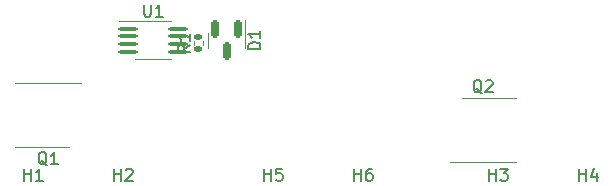
<source format=gbr>
%TF.GenerationSoftware,KiCad,Pcbnew,6.0.2+dfsg-1*%
%TF.CreationDate,2023-02-05T15:08:22-05:00*%
%TF.ProjectId,LTC4414-battery-backup-test,4c544334-3431-4342-9d62-617474657279,rev?*%
%TF.SameCoordinates,Original*%
%TF.FileFunction,Legend,Top*%
%TF.FilePolarity,Positive*%
%FSLAX46Y46*%
G04 Gerber Fmt 4.6, Leading zero omitted, Abs format (unit mm)*
G04 Created by KiCad (PCBNEW 6.0.2+dfsg-1) date 2023-02-05 15:08:22*
%MOMM*%
%LPD*%
G01*
G04 APERTURE LIST*
G04 Aperture macros list*
%AMRoundRect*
0 Rectangle with rounded corners*
0 $1 Rounding radius*
0 $2 $3 $4 $5 $6 $7 $8 $9 X,Y pos of 4 corners*
0 Add a 4 corners polygon primitive as box body*
4,1,4,$2,$3,$4,$5,$6,$7,$8,$9,$2,$3,0*
0 Add four circle primitives for the rounded corners*
1,1,$1+$1,$2,$3*
1,1,$1+$1,$4,$5*
1,1,$1+$1,$6,$7*
1,1,$1+$1,$8,$9*
0 Add four rect primitives between the rounded corners*
20,1,$1+$1,$2,$3,$4,$5,0*
20,1,$1+$1,$4,$5,$6,$7,0*
20,1,$1+$1,$6,$7,$8,$9,0*
20,1,$1+$1,$8,$9,$2,$3,0*%
G04 Aperture macros list end*
%ADD10C,0.150000*%
%ADD11C,0.120000*%
%ADD12C,5.600000*%
%ADD13RoundRect,0.100000X-0.712500X-0.100000X0.712500X-0.100000X0.712500X0.100000X-0.712500X0.100000X0*%
%ADD14RoundRect,0.135000X0.185000X-0.135000X0.185000X0.135000X-0.185000X0.135000X-0.185000X-0.135000X0*%
%ADD15R,0.650000X0.500000*%
%ADD16R,4.120000X4.600000*%
%ADD17R,0.550000X0.500000*%
%ADD18RoundRect,0.150000X-0.150000X0.587500X-0.150000X-0.587500X0.150000X-0.587500X0.150000X0.587500X0*%
G04 APERTURE END LIST*
D10*
%TO.C,H6*%
X99568095Y-102062380D02*
X99568095Y-101062380D01*
X99568095Y-101538571D02*
X100139523Y-101538571D01*
X100139523Y-102062380D02*
X100139523Y-101062380D01*
X101044285Y-101062380D02*
X100853809Y-101062380D01*
X100758571Y-101110000D01*
X100710952Y-101157619D01*
X100615714Y-101300476D01*
X100568095Y-101490952D01*
X100568095Y-101871904D01*
X100615714Y-101967142D01*
X100663333Y-102014761D01*
X100758571Y-102062380D01*
X100949047Y-102062380D01*
X101044285Y-102014761D01*
X101091904Y-101967142D01*
X101139523Y-101871904D01*
X101139523Y-101633809D01*
X101091904Y-101538571D01*
X101044285Y-101490952D01*
X100949047Y-101443333D01*
X100758571Y-101443333D01*
X100663333Y-101490952D01*
X100615714Y-101538571D01*
X100568095Y-101633809D01*
%TO.C,H5*%
X91948095Y-102062380D02*
X91948095Y-101062380D01*
X91948095Y-101538571D02*
X92519523Y-101538571D01*
X92519523Y-102062380D02*
X92519523Y-101062380D01*
X93471904Y-101062380D02*
X92995714Y-101062380D01*
X92948095Y-101538571D01*
X92995714Y-101490952D01*
X93090952Y-101443333D01*
X93329047Y-101443333D01*
X93424285Y-101490952D01*
X93471904Y-101538571D01*
X93519523Y-101633809D01*
X93519523Y-101871904D01*
X93471904Y-101967142D01*
X93424285Y-102014761D01*
X93329047Y-102062380D01*
X93090952Y-102062380D01*
X92995714Y-102014761D01*
X92948095Y-101967142D01*
%TO.C,H4*%
X118618095Y-102062380D02*
X118618095Y-101062380D01*
X118618095Y-101538571D02*
X119189523Y-101538571D01*
X119189523Y-102062380D02*
X119189523Y-101062380D01*
X120094285Y-101395714D02*
X120094285Y-102062380D01*
X119856190Y-101014761D02*
X119618095Y-101729047D01*
X120237142Y-101729047D01*
%TO.C,H3*%
X110998095Y-102062380D02*
X110998095Y-101062380D01*
X110998095Y-101538571D02*
X111569523Y-101538571D01*
X111569523Y-102062380D02*
X111569523Y-101062380D01*
X111950476Y-101062380D02*
X112569523Y-101062380D01*
X112236190Y-101443333D01*
X112379047Y-101443333D01*
X112474285Y-101490952D01*
X112521904Y-101538571D01*
X112569523Y-101633809D01*
X112569523Y-101871904D01*
X112521904Y-101967142D01*
X112474285Y-102014761D01*
X112379047Y-102062380D01*
X112093333Y-102062380D01*
X111998095Y-102014761D01*
X111950476Y-101967142D01*
%TO.C,H2*%
X79248095Y-102062380D02*
X79248095Y-101062380D01*
X79248095Y-101538571D02*
X79819523Y-101538571D01*
X79819523Y-102062380D02*
X79819523Y-101062380D01*
X80248095Y-101157619D02*
X80295714Y-101110000D01*
X80390952Y-101062380D01*
X80629047Y-101062380D01*
X80724285Y-101110000D01*
X80771904Y-101157619D01*
X80819523Y-101252857D01*
X80819523Y-101348095D01*
X80771904Y-101490952D01*
X80200476Y-102062380D01*
X80819523Y-102062380D01*
%TO.C,H1*%
X71628095Y-102062380D02*
X71628095Y-101062380D01*
X71628095Y-101538571D02*
X72199523Y-101538571D01*
X72199523Y-102062380D02*
X72199523Y-101062380D01*
X73199523Y-102062380D02*
X72628095Y-102062380D01*
X72913809Y-102062380D02*
X72913809Y-101062380D01*
X72818571Y-101205238D01*
X72723333Y-101300476D01*
X72628095Y-101348095D01*
%TO.C,U1*%
X81788095Y-87172380D02*
X81788095Y-87981904D01*
X81835714Y-88077142D01*
X81883333Y-88124761D01*
X81978571Y-88172380D01*
X82169047Y-88172380D01*
X82264285Y-88124761D01*
X82311904Y-88077142D01*
X82359523Y-87981904D01*
X82359523Y-87172380D01*
X83359523Y-88172380D02*
X82788095Y-88172380D01*
X83073809Y-88172380D02*
X83073809Y-87172380D01*
X82978571Y-87315238D01*
X82883333Y-87410476D01*
X82788095Y-87458095D01*
%TO.C,R1*%
X85642380Y-90590666D02*
X85166190Y-90924000D01*
X85642380Y-91162095D02*
X84642380Y-91162095D01*
X84642380Y-90781142D01*
X84690000Y-90685904D01*
X84737619Y-90638285D01*
X84832857Y-90590666D01*
X84975714Y-90590666D01*
X85070952Y-90638285D01*
X85118571Y-90685904D01*
X85166190Y-90781142D01*
X85166190Y-91162095D01*
X85642380Y-89638285D02*
X85642380Y-90209714D01*
X85642380Y-89924000D02*
X84642380Y-89924000D01*
X84785238Y-90019238D01*
X84880476Y-90114476D01*
X84928095Y-90209714D01*
%TO.C,Q2*%
X110394761Y-94657619D02*
X110299523Y-94610000D01*
X110204285Y-94514761D01*
X110061428Y-94371904D01*
X109966190Y-94324285D01*
X109870952Y-94324285D01*
X109918571Y-94562380D02*
X109823333Y-94514761D01*
X109728095Y-94419523D01*
X109680476Y-94229047D01*
X109680476Y-93895714D01*
X109728095Y-93705238D01*
X109823333Y-93610000D01*
X109918571Y-93562380D01*
X110109047Y-93562380D01*
X110204285Y-93610000D01*
X110299523Y-93705238D01*
X110347142Y-93895714D01*
X110347142Y-94229047D01*
X110299523Y-94419523D01*
X110204285Y-94514761D01*
X110109047Y-94562380D01*
X109918571Y-94562380D01*
X110728095Y-93657619D02*
X110775714Y-93610000D01*
X110870952Y-93562380D01*
X111109047Y-93562380D01*
X111204285Y-93610000D01*
X111251904Y-93657619D01*
X111299523Y-93752857D01*
X111299523Y-93848095D01*
X111251904Y-93990952D01*
X110680476Y-94562380D01*
X111299523Y-94562380D01*
%TO.C,Q1*%
X73564761Y-100747619D02*
X73469523Y-100700000D01*
X73374285Y-100604761D01*
X73231428Y-100461904D01*
X73136190Y-100414285D01*
X73040952Y-100414285D01*
X73088571Y-100652380D02*
X72993333Y-100604761D01*
X72898095Y-100509523D01*
X72850476Y-100319047D01*
X72850476Y-99985714D01*
X72898095Y-99795238D01*
X72993333Y-99700000D01*
X73088571Y-99652380D01*
X73279047Y-99652380D01*
X73374285Y-99700000D01*
X73469523Y-99795238D01*
X73517142Y-99985714D01*
X73517142Y-100319047D01*
X73469523Y-100509523D01*
X73374285Y-100604761D01*
X73279047Y-100652380D01*
X73088571Y-100652380D01*
X74469523Y-100652380D02*
X73898095Y-100652380D01*
X74183809Y-100652380D02*
X74183809Y-99652380D01*
X74088571Y-99795238D01*
X73993333Y-99890476D01*
X73898095Y-99938095D01*
%TO.C,D1*%
X91625380Y-90908095D02*
X90625380Y-90908095D01*
X90625380Y-90670000D01*
X90673000Y-90527142D01*
X90768238Y-90431904D01*
X90863476Y-90384285D01*
X91053952Y-90336666D01*
X91196809Y-90336666D01*
X91387285Y-90384285D01*
X91482523Y-90431904D01*
X91577761Y-90527142D01*
X91625380Y-90670000D01*
X91625380Y-90908095D01*
X91625380Y-89384285D02*
X91625380Y-89955714D01*
X91625380Y-89670000D02*
X90625380Y-89670000D01*
X90768238Y-89765238D01*
X90863476Y-89860476D01*
X90911095Y-89955714D01*
D11*
%TO.C,U1*%
X82550000Y-91780000D02*
X81050000Y-91780000D01*
X82550000Y-88560000D02*
X79625000Y-88560000D01*
X82550000Y-91780000D02*
X84050000Y-91780000D01*
X82550000Y-88560000D02*
X84050000Y-88560000D01*
%TO.C,R1*%
X85980000Y-90577641D02*
X85980000Y-90270359D01*
X86740000Y-90577641D02*
X86740000Y-90270359D01*
%TO.C,Q2*%
X108715000Y-95080000D02*
X113265000Y-95080000D01*
X107715000Y-100500000D02*
X113265000Y-100500000D01*
%TO.C,Q1*%
X75435000Y-99230000D02*
X70885000Y-99230000D01*
X76435000Y-93810000D02*
X70885000Y-93810000D01*
%TO.C,D1*%
X90333000Y-90170000D02*
X90333000Y-90820000D01*
X87213000Y-90170000D02*
X87213000Y-90820000D01*
X90333000Y-90170000D02*
X90333000Y-88495000D01*
X87213000Y-90170000D02*
X87213000Y-89520000D01*
%TD*%
%LPC*%
D12*
%TO.C,H6*%
X100330000Y-105410000D03*
%TD*%
%TO.C,H5*%
X92710000Y-105410000D03*
%TD*%
%TO.C,H4*%
X119380000Y-105410000D03*
%TD*%
%TO.C,H3*%
X111760000Y-105410000D03*
%TD*%
%TO.C,H2*%
X80010000Y-105410000D03*
%TD*%
%TO.C,H1*%
X72390000Y-105410000D03*
%TD*%
D13*
%TO.C,U1*%
X80437500Y-89195000D03*
X80437500Y-89845000D03*
X80437500Y-90495000D03*
X80437500Y-91145000D03*
X84662500Y-91145000D03*
X84662500Y-90495000D03*
X84662500Y-89845000D03*
X84662500Y-89195000D03*
%TD*%
D14*
%TO.C,R1*%
X86360000Y-90934000D03*
X86360000Y-89914000D03*
%TD*%
D15*
%TO.C,Q2*%
X107740000Y-95885000D03*
X107740000Y-97155000D03*
X107740000Y-98425000D03*
X107740000Y-99695000D03*
D16*
X110955000Y-97790000D03*
D17*
X113290000Y-97155000D03*
X113290000Y-99695000D03*
X113290000Y-95885000D03*
X113290000Y-98425000D03*
%TD*%
D15*
%TO.C,Q1*%
X76410000Y-98425000D03*
X76410000Y-97155000D03*
X76410000Y-95885000D03*
X76410000Y-94615000D03*
D16*
X73195000Y-96520000D03*
D17*
X70860000Y-97155000D03*
X70860000Y-94615000D03*
X70860000Y-98425000D03*
X70860000Y-95885000D03*
%TD*%
D18*
%TO.C,D1*%
X89723000Y-89232500D03*
X87823000Y-89232500D03*
X88773000Y-91107500D03*
%TD*%
M02*

</source>
